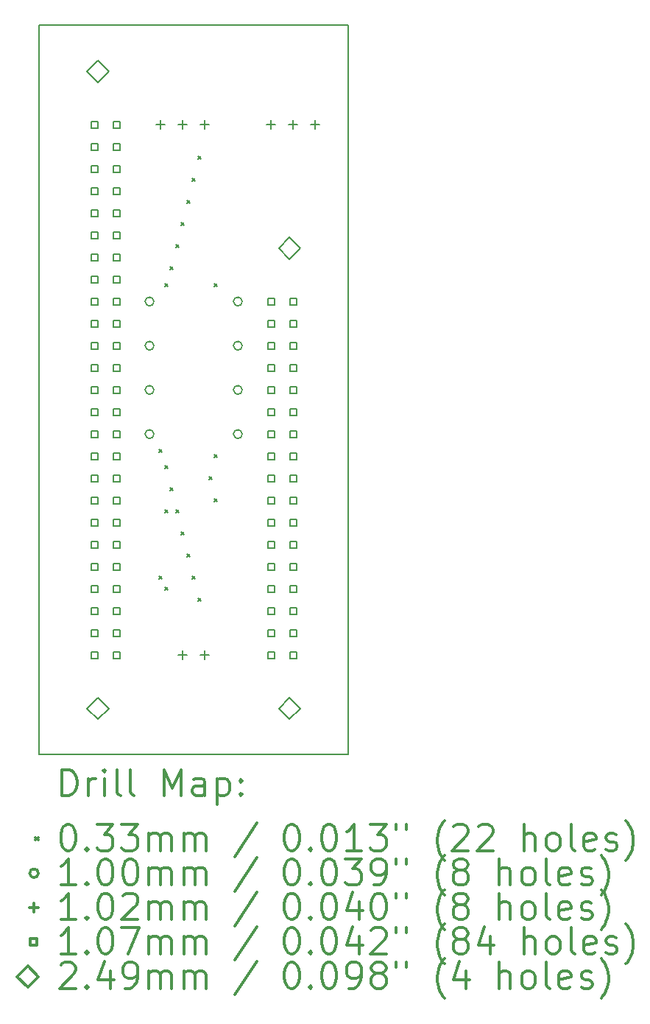
<source format=gbr>
%FSLAX45Y45*%
G04 Gerber Fmt 4.5, Leading zero omitted, Abs format (unit mm)*
G04 Created by KiCad (PCBNEW (2014-12-16 BZR 5324)-product) date Sunday, July 05, 2015 'PMt' 09:47:23 PM*
%MOMM*%
G01*
G04 APERTURE LIST*
%ADD10C,0.127000*%
%ADD11C,0.150000*%
%ADD12C,0.200000*%
%ADD13C,0.300000*%
G04 APERTURE END LIST*
D10*
D11*
X15494000Y-14351000D02*
X11938000Y-14351000D01*
X15494000Y-5969000D02*
X15494000Y-14351000D01*
X11938000Y-5969000D02*
X15494000Y-5969000D01*
X11938000Y-14351000D02*
X11938000Y-5969000D01*
D12*
X13318490Y-10841990D02*
X13351510Y-10875010D01*
X13351510Y-10841990D02*
X13318490Y-10875010D01*
X13318490Y-12302490D02*
X13351510Y-12335510D01*
X13351510Y-12302490D02*
X13318490Y-12335510D01*
X13381990Y-8936990D02*
X13415010Y-8970010D01*
X13415010Y-8936990D02*
X13381990Y-8970010D01*
X13381990Y-11032490D02*
X13415010Y-11065510D01*
X13415010Y-11032490D02*
X13381990Y-11065510D01*
X13381990Y-11540490D02*
X13415010Y-11573510D01*
X13415010Y-11540490D02*
X13381990Y-11573510D01*
X13381990Y-12429490D02*
X13415010Y-12462510D01*
X13415010Y-12429490D02*
X13381990Y-12462510D01*
X13445490Y-8746490D02*
X13478510Y-8779510D01*
X13478510Y-8746490D02*
X13445490Y-8779510D01*
X13445490Y-11286490D02*
X13478510Y-11319510D01*
X13478510Y-11286490D02*
X13445490Y-11319510D01*
X13508990Y-8492490D02*
X13542010Y-8525510D01*
X13542010Y-8492490D02*
X13508990Y-8525510D01*
X13508990Y-11540490D02*
X13542010Y-11573510D01*
X13542010Y-11540490D02*
X13508990Y-11573510D01*
X13572490Y-8238490D02*
X13605510Y-8271510D01*
X13605510Y-8238490D02*
X13572490Y-8271510D01*
X13572490Y-11794490D02*
X13605510Y-11827510D01*
X13605510Y-11794490D02*
X13572490Y-11827510D01*
X13635990Y-7984490D02*
X13669010Y-8017510D01*
X13669010Y-7984490D02*
X13635990Y-8017510D01*
X13635990Y-12048490D02*
X13669010Y-12081510D01*
X13669010Y-12048490D02*
X13635990Y-12081510D01*
X13699490Y-7730490D02*
X13732510Y-7763510D01*
X13732510Y-7730490D02*
X13699490Y-7763510D01*
X13699490Y-12302490D02*
X13732510Y-12335510D01*
X13732510Y-12302490D02*
X13699490Y-12335510D01*
X13762990Y-7476490D02*
X13796010Y-7509510D01*
X13796010Y-7476490D02*
X13762990Y-7509510D01*
X13762990Y-12556490D02*
X13796010Y-12589510D01*
X13796010Y-12556490D02*
X13762990Y-12589510D01*
X13889990Y-11159490D02*
X13923010Y-11192510D01*
X13923010Y-11159490D02*
X13889990Y-11192510D01*
X13953490Y-8936990D02*
X13986510Y-8970010D01*
X13986510Y-8936990D02*
X13953490Y-8970010D01*
X13953490Y-10905490D02*
X13986510Y-10938510D01*
X13986510Y-10905490D02*
X13953490Y-10938510D01*
X13953490Y-11413490D02*
X13986510Y-11446510D01*
X13986510Y-11413490D02*
X13953490Y-11446510D01*
X13258038Y-9144000D02*
G75*
G03X13258038Y-9144000I-50038J0D01*
G01*
X13258038Y-9652000D02*
G75*
G03X13258038Y-9652000I-50038J0D01*
G01*
X13258038Y-10160000D02*
G75*
G03X13258038Y-10160000I-50038J0D01*
G01*
X13258038Y-10668000D02*
G75*
G03X13258038Y-10668000I-50038J0D01*
G01*
X14274038Y-9144000D02*
G75*
G03X14274038Y-9144000I-50038J0D01*
G01*
X14274038Y-9652000D02*
G75*
G03X14274038Y-9652000I-50038J0D01*
G01*
X14274038Y-10160000D02*
G75*
G03X14274038Y-10160000I-50038J0D01*
G01*
X14274038Y-10668000D02*
G75*
G03X14274038Y-10668000I-50038J0D01*
G01*
X13335000Y-7061200D02*
X13335000Y-7162800D01*
X13284200Y-7112000D02*
X13385800Y-7112000D01*
X13589000Y-7061200D02*
X13589000Y-7162800D01*
X13538200Y-7112000D02*
X13639800Y-7112000D01*
X13589000Y-13157200D02*
X13589000Y-13258800D01*
X13538200Y-13208000D02*
X13639800Y-13208000D01*
X13843000Y-7061200D02*
X13843000Y-7162800D01*
X13792200Y-7112000D02*
X13893800Y-7112000D01*
X13843000Y-13157200D02*
X13843000Y-13258800D01*
X13792200Y-13208000D02*
X13893800Y-13208000D01*
X14605000Y-7061200D02*
X14605000Y-7162800D01*
X14554200Y-7112000D02*
X14655800Y-7112000D01*
X14859000Y-7061200D02*
X14859000Y-7162800D01*
X14808200Y-7112000D02*
X14909800Y-7112000D01*
X15113000Y-7061200D02*
X15113000Y-7162800D01*
X15062200Y-7112000D02*
X15163800Y-7112000D01*
X12610717Y-7149717D02*
X12610717Y-7074283D01*
X12535283Y-7074283D01*
X12535283Y-7149717D01*
X12610717Y-7149717D01*
X12610717Y-7403717D02*
X12610717Y-7328283D01*
X12535283Y-7328283D01*
X12535283Y-7403717D01*
X12610717Y-7403717D01*
X12610717Y-7657717D02*
X12610717Y-7582283D01*
X12535283Y-7582283D01*
X12535283Y-7657717D01*
X12610717Y-7657717D01*
X12610717Y-7911717D02*
X12610717Y-7836283D01*
X12535283Y-7836283D01*
X12535283Y-7911717D01*
X12610717Y-7911717D01*
X12610717Y-8165717D02*
X12610717Y-8090283D01*
X12535283Y-8090283D01*
X12535283Y-8165717D01*
X12610717Y-8165717D01*
X12610717Y-8419717D02*
X12610717Y-8344283D01*
X12535283Y-8344283D01*
X12535283Y-8419717D01*
X12610717Y-8419717D01*
X12610717Y-8673717D02*
X12610717Y-8598283D01*
X12535283Y-8598283D01*
X12535283Y-8673717D01*
X12610717Y-8673717D01*
X12610717Y-8927717D02*
X12610717Y-8852283D01*
X12535283Y-8852283D01*
X12535283Y-8927717D01*
X12610717Y-8927717D01*
X12610717Y-9181717D02*
X12610717Y-9106283D01*
X12535283Y-9106283D01*
X12535283Y-9181717D01*
X12610717Y-9181717D01*
X12610717Y-9435717D02*
X12610717Y-9360283D01*
X12535283Y-9360283D01*
X12535283Y-9435717D01*
X12610717Y-9435717D01*
X12610717Y-9689717D02*
X12610717Y-9614283D01*
X12535283Y-9614283D01*
X12535283Y-9689717D01*
X12610717Y-9689717D01*
X12610717Y-9943717D02*
X12610717Y-9868283D01*
X12535283Y-9868283D01*
X12535283Y-9943717D01*
X12610717Y-9943717D01*
X12610717Y-10197717D02*
X12610717Y-10122283D01*
X12535283Y-10122283D01*
X12535283Y-10197717D01*
X12610717Y-10197717D01*
X12610717Y-10451717D02*
X12610717Y-10376283D01*
X12535283Y-10376283D01*
X12535283Y-10451717D01*
X12610717Y-10451717D01*
X12610717Y-10705717D02*
X12610717Y-10630283D01*
X12535283Y-10630283D01*
X12535283Y-10705717D01*
X12610717Y-10705717D01*
X12610717Y-10959717D02*
X12610717Y-10884283D01*
X12535283Y-10884283D01*
X12535283Y-10959717D01*
X12610717Y-10959717D01*
X12610717Y-11213717D02*
X12610717Y-11138283D01*
X12535283Y-11138283D01*
X12535283Y-11213717D01*
X12610717Y-11213717D01*
X12610717Y-11467717D02*
X12610717Y-11392283D01*
X12535283Y-11392283D01*
X12535283Y-11467717D01*
X12610717Y-11467717D01*
X12610717Y-11721717D02*
X12610717Y-11646283D01*
X12535283Y-11646283D01*
X12535283Y-11721717D01*
X12610717Y-11721717D01*
X12610717Y-11975717D02*
X12610717Y-11900283D01*
X12535283Y-11900283D01*
X12535283Y-11975717D01*
X12610717Y-11975717D01*
X12610717Y-12229717D02*
X12610717Y-12154283D01*
X12535283Y-12154283D01*
X12535283Y-12229717D01*
X12610717Y-12229717D01*
X12610717Y-12483717D02*
X12610717Y-12408283D01*
X12535283Y-12408283D01*
X12535283Y-12483717D01*
X12610717Y-12483717D01*
X12610717Y-12737717D02*
X12610717Y-12662283D01*
X12535283Y-12662283D01*
X12535283Y-12737717D01*
X12610717Y-12737717D01*
X12610717Y-12991717D02*
X12610717Y-12916283D01*
X12535283Y-12916283D01*
X12535283Y-12991717D01*
X12610717Y-12991717D01*
X12610717Y-13245717D02*
X12610717Y-13170283D01*
X12535283Y-13170283D01*
X12535283Y-13245717D01*
X12610717Y-13245717D01*
X12864717Y-7149717D02*
X12864717Y-7074283D01*
X12789283Y-7074283D01*
X12789283Y-7149717D01*
X12864717Y-7149717D01*
X12864717Y-7403717D02*
X12864717Y-7328283D01*
X12789283Y-7328283D01*
X12789283Y-7403717D01*
X12864717Y-7403717D01*
X12864717Y-7657717D02*
X12864717Y-7582283D01*
X12789283Y-7582283D01*
X12789283Y-7657717D01*
X12864717Y-7657717D01*
X12864717Y-7911717D02*
X12864717Y-7836283D01*
X12789283Y-7836283D01*
X12789283Y-7911717D01*
X12864717Y-7911717D01*
X12864717Y-8165717D02*
X12864717Y-8090283D01*
X12789283Y-8090283D01*
X12789283Y-8165717D01*
X12864717Y-8165717D01*
X12864717Y-8419717D02*
X12864717Y-8344283D01*
X12789283Y-8344283D01*
X12789283Y-8419717D01*
X12864717Y-8419717D01*
X12864717Y-8673717D02*
X12864717Y-8598283D01*
X12789283Y-8598283D01*
X12789283Y-8673717D01*
X12864717Y-8673717D01*
X12864717Y-8927717D02*
X12864717Y-8852283D01*
X12789283Y-8852283D01*
X12789283Y-8927717D01*
X12864717Y-8927717D01*
X12864717Y-9181717D02*
X12864717Y-9106283D01*
X12789283Y-9106283D01*
X12789283Y-9181717D01*
X12864717Y-9181717D01*
X12864717Y-9435717D02*
X12864717Y-9360283D01*
X12789283Y-9360283D01*
X12789283Y-9435717D01*
X12864717Y-9435717D01*
X12864717Y-9689717D02*
X12864717Y-9614283D01*
X12789283Y-9614283D01*
X12789283Y-9689717D01*
X12864717Y-9689717D01*
X12864717Y-9943717D02*
X12864717Y-9868283D01*
X12789283Y-9868283D01*
X12789283Y-9943717D01*
X12864717Y-9943717D01*
X12864717Y-10197717D02*
X12864717Y-10122283D01*
X12789283Y-10122283D01*
X12789283Y-10197717D01*
X12864717Y-10197717D01*
X12864717Y-10451717D02*
X12864717Y-10376283D01*
X12789283Y-10376283D01*
X12789283Y-10451717D01*
X12864717Y-10451717D01*
X12864717Y-10705717D02*
X12864717Y-10630283D01*
X12789283Y-10630283D01*
X12789283Y-10705717D01*
X12864717Y-10705717D01*
X12864717Y-10959717D02*
X12864717Y-10884283D01*
X12789283Y-10884283D01*
X12789283Y-10959717D01*
X12864717Y-10959717D01*
X12864717Y-11213717D02*
X12864717Y-11138283D01*
X12789283Y-11138283D01*
X12789283Y-11213717D01*
X12864717Y-11213717D01*
X12864717Y-11467717D02*
X12864717Y-11392283D01*
X12789283Y-11392283D01*
X12789283Y-11467717D01*
X12864717Y-11467717D01*
X12864717Y-11721717D02*
X12864717Y-11646283D01*
X12789283Y-11646283D01*
X12789283Y-11721717D01*
X12864717Y-11721717D01*
X12864717Y-11975717D02*
X12864717Y-11900283D01*
X12789283Y-11900283D01*
X12789283Y-11975717D01*
X12864717Y-11975717D01*
X12864717Y-12229717D02*
X12864717Y-12154283D01*
X12789283Y-12154283D01*
X12789283Y-12229717D01*
X12864717Y-12229717D01*
X12864717Y-12483717D02*
X12864717Y-12408283D01*
X12789283Y-12408283D01*
X12789283Y-12483717D01*
X12864717Y-12483717D01*
X12864717Y-12737717D02*
X12864717Y-12662283D01*
X12789283Y-12662283D01*
X12789283Y-12737717D01*
X12864717Y-12737717D01*
X12864717Y-12991717D02*
X12864717Y-12916283D01*
X12789283Y-12916283D01*
X12789283Y-12991717D01*
X12864717Y-12991717D01*
X12864717Y-13245717D02*
X12864717Y-13170283D01*
X12789283Y-13170283D01*
X12789283Y-13245717D01*
X12864717Y-13245717D01*
X14642717Y-9181717D02*
X14642717Y-9106283D01*
X14567283Y-9106283D01*
X14567283Y-9181717D01*
X14642717Y-9181717D01*
X14642717Y-9435717D02*
X14642717Y-9360283D01*
X14567283Y-9360283D01*
X14567283Y-9435717D01*
X14642717Y-9435717D01*
X14642717Y-9689717D02*
X14642717Y-9614283D01*
X14567283Y-9614283D01*
X14567283Y-9689717D01*
X14642717Y-9689717D01*
X14642717Y-9943717D02*
X14642717Y-9868283D01*
X14567283Y-9868283D01*
X14567283Y-9943717D01*
X14642717Y-9943717D01*
X14642717Y-10197717D02*
X14642717Y-10122283D01*
X14567283Y-10122283D01*
X14567283Y-10197717D01*
X14642717Y-10197717D01*
X14642717Y-10451717D02*
X14642717Y-10376283D01*
X14567283Y-10376283D01*
X14567283Y-10451717D01*
X14642717Y-10451717D01*
X14642717Y-10705717D02*
X14642717Y-10630283D01*
X14567283Y-10630283D01*
X14567283Y-10705717D01*
X14642717Y-10705717D01*
X14642717Y-10959717D02*
X14642717Y-10884283D01*
X14567283Y-10884283D01*
X14567283Y-10959717D01*
X14642717Y-10959717D01*
X14642717Y-11213717D02*
X14642717Y-11138283D01*
X14567283Y-11138283D01*
X14567283Y-11213717D01*
X14642717Y-11213717D01*
X14642717Y-11467717D02*
X14642717Y-11392283D01*
X14567283Y-11392283D01*
X14567283Y-11467717D01*
X14642717Y-11467717D01*
X14642717Y-11721717D02*
X14642717Y-11646283D01*
X14567283Y-11646283D01*
X14567283Y-11721717D01*
X14642717Y-11721717D01*
X14642717Y-11975717D02*
X14642717Y-11900283D01*
X14567283Y-11900283D01*
X14567283Y-11975717D01*
X14642717Y-11975717D01*
X14642717Y-12229717D02*
X14642717Y-12154283D01*
X14567283Y-12154283D01*
X14567283Y-12229717D01*
X14642717Y-12229717D01*
X14642717Y-12483717D02*
X14642717Y-12408283D01*
X14567283Y-12408283D01*
X14567283Y-12483717D01*
X14642717Y-12483717D01*
X14642717Y-12737717D02*
X14642717Y-12662283D01*
X14567283Y-12662283D01*
X14567283Y-12737717D01*
X14642717Y-12737717D01*
X14642717Y-12991717D02*
X14642717Y-12916283D01*
X14567283Y-12916283D01*
X14567283Y-12991717D01*
X14642717Y-12991717D01*
X14642717Y-13245717D02*
X14642717Y-13170283D01*
X14567283Y-13170283D01*
X14567283Y-13245717D01*
X14642717Y-13245717D01*
X14896717Y-9181717D02*
X14896717Y-9106283D01*
X14821283Y-9106283D01*
X14821283Y-9181717D01*
X14896717Y-9181717D01*
X14896717Y-9435717D02*
X14896717Y-9360283D01*
X14821283Y-9360283D01*
X14821283Y-9435717D01*
X14896717Y-9435717D01*
X14896717Y-9689717D02*
X14896717Y-9614283D01*
X14821283Y-9614283D01*
X14821283Y-9689717D01*
X14896717Y-9689717D01*
X14896717Y-9943717D02*
X14896717Y-9868283D01*
X14821283Y-9868283D01*
X14821283Y-9943717D01*
X14896717Y-9943717D01*
X14896717Y-10197717D02*
X14896717Y-10122283D01*
X14821283Y-10122283D01*
X14821283Y-10197717D01*
X14896717Y-10197717D01*
X14896717Y-10451717D02*
X14896717Y-10376283D01*
X14821283Y-10376283D01*
X14821283Y-10451717D01*
X14896717Y-10451717D01*
X14896717Y-10705717D02*
X14896717Y-10630283D01*
X14821283Y-10630283D01*
X14821283Y-10705717D01*
X14896717Y-10705717D01*
X14896717Y-10959717D02*
X14896717Y-10884283D01*
X14821283Y-10884283D01*
X14821283Y-10959717D01*
X14896717Y-10959717D01*
X14896717Y-11213717D02*
X14896717Y-11138283D01*
X14821283Y-11138283D01*
X14821283Y-11213717D01*
X14896717Y-11213717D01*
X14896717Y-11467717D02*
X14896717Y-11392283D01*
X14821283Y-11392283D01*
X14821283Y-11467717D01*
X14896717Y-11467717D01*
X14896717Y-11721717D02*
X14896717Y-11646283D01*
X14821283Y-11646283D01*
X14821283Y-11721717D01*
X14896717Y-11721717D01*
X14896717Y-11975717D02*
X14896717Y-11900283D01*
X14821283Y-11900283D01*
X14821283Y-11975717D01*
X14896717Y-11975717D01*
X14896717Y-12229717D02*
X14896717Y-12154283D01*
X14821283Y-12154283D01*
X14821283Y-12229717D01*
X14896717Y-12229717D01*
X14896717Y-12483717D02*
X14896717Y-12408283D01*
X14821283Y-12408283D01*
X14821283Y-12483717D01*
X14896717Y-12483717D01*
X14896717Y-12737717D02*
X14896717Y-12662283D01*
X14821283Y-12662283D01*
X14821283Y-12737717D01*
X14896717Y-12737717D01*
X14896717Y-12991717D02*
X14896717Y-12916283D01*
X14821283Y-12916283D01*
X14821283Y-12991717D01*
X14896717Y-12991717D01*
X14896717Y-13245717D02*
X14896717Y-13170283D01*
X14821283Y-13170283D01*
X14821283Y-13245717D01*
X14896717Y-13245717D01*
X12614000Y-6624460D02*
X12738460Y-6500000D01*
X12614000Y-6375540D01*
X12489540Y-6500000D01*
X12614000Y-6624460D01*
X12614000Y-13944460D02*
X12738460Y-13820000D01*
X12614000Y-13695540D01*
X12489540Y-13820000D01*
X12614000Y-13944460D01*
X14818000Y-8656460D02*
X14942460Y-8532000D01*
X14818000Y-8407540D01*
X14693540Y-8532000D01*
X14818000Y-8656460D01*
X14818000Y-13944460D02*
X14942460Y-13820000D01*
X14818000Y-13695540D01*
X14693540Y-13820000D01*
X14818000Y-13944460D01*
D13*
X12201928Y-14824214D02*
X12201928Y-14524214D01*
X12273357Y-14524214D01*
X12316214Y-14538500D01*
X12344786Y-14567071D01*
X12359071Y-14595643D01*
X12373357Y-14652786D01*
X12373357Y-14695643D01*
X12359071Y-14752786D01*
X12344786Y-14781357D01*
X12316214Y-14809929D01*
X12273357Y-14824214D01*
X12201928Y-14824214D01*
X12501928Y-14824214D02*
X12501928Y-14624214D01*
X12501928Y-14681357D02*
X12516214Y-14652786D01*
X12530500Y-14638500D01*
X12559071Y-14624214D01*
X12587643Y-14624214D01*
X12687643Y-14824214D02*
X12687643Y-14624214D01*
X12687643Y-14524214D02*
X12673357Y-14538500D01*
X12687643Y-14552786D01*
X12701928Y-14538500D01*
X12687643Y-14524214D01*
X12687643Y-14552786D01*
X12873357Y-14824214D02*
X12844786Y-14809929D01*
X12830500Y-14781357D01*
X12830500Y-14524214D01*
X13030500Y-14824214D02*
X13001928Y-14809929D01*
X12987643Y-14781357D01*
X12987643Y-14524214D01*
X13373357Y-14824214D02*
X13373357Y-14524214D01*
X13473357Y-14738500D01*
X13573357Y-14524214D01*
X13573357Y-14824214D01*
X13844786Y-14824214D02*
X13844786Y-14667071D01*
X13830500Y-14638500D01*
X13801928Y-14624214D01*
X13744786Y-14624214D01*
X13716214Y-14638500D01*
X13844786Y-14809929D02*
X13816214Y-14824214D01*
X13744786Y-14824214D01*
X13716214Y-14809929D01*
X13701928Y-14781357D01*
X13701928Y-14752786D01*
X13716214Y-14724214D01*
X13744786Y-14709929D01*
X13816214Y-14709929D01*
X13844786Y-14695643D01*
X13987643Y-14624214D02*
X13987643Y-14924214D01*
X13987643Y-14638500D02*
X14016214Y-14624214D01*
X14073357Y-14624214D01*
X14101928Y-14638500D01*
X14116214Y-14652786D01*
X14130500Y-14681357D01*
X14130500Y-14767071D01*
X14116214Y-14795643D01*
X14101928Y-14809929D01*
X14073357Y-14824214D01*
X14016214Y-14824214D01*
X13987643Y-14809929D01*
X14259071Y-14795643D02*
X14273357Y-14809929D01*
X14259071Y-14824214D01*
X14244786Y-14809929D01*
X14259071Y-14795643D01*
X14259071Y-14824214D01*
X14259071Y-14638500D02*
X14273357Y-14652786D01*
X14259071Y-14667071D01*
X14244786Y-14652786D01*
X14259071Y-14638500D01*
X14259071Y-14667071D01*
X11897480Y-15301990D02*
X11930500Y-15335010D01*
X11930500Y-15301990D02*
X11897480Y-15335010D01*
X12259071Y-15154214D02*
X12287643Y-15154214D01*
X12316214Y-15168500D01*
X12330500Y-15182786D01*
X12344786Y-15211357D01*
X12359071Y-15268500D01*
X12359071Y-15339929D01*
X12344786Y-15397071D01*
X12330500Y-15425643D01*
X12316214Y-15439929D01*
X12287643Y-15454214D01*
X12259071Y-15454214D01*
X12230500Y-15439929D01*
X12216214Y-15425643D01*
X12201928Y-15397071D01*
X12187643Y-15339929D01*
X12187643Y-15268500D01*
X12201928Y-15211357D01*
X12216214Y-15182786D01*
X12230500Y-15168500D01*
X12259071Y-15154214D01*
X12487643Y-15425643D02*
X12501928Y-15439929D01*
X12487643Y-15454214D01*
X12473357Y-15439929D01*
X12487643Y-15425643D01*
X12487643Y-15454214D01*
X12601928Y-15154214D02*
X12787643Y-15154214D01*
X12687643Y-15268500D01*
X12730500Y-15268500D01*
X12759071Y-15282786D01*
X12773357Y-15297071D01*
X12787643Y-15325643D01*
X12787643Y-15397071D01*
X12773357Y-15425643D01*
X12759071Y-15439929D01*
X12730500Y-15454214D01*
X12644786Y-15454214D01*
X12616214Y-15439929D01*
X12601928Y-15425643D01*
X12887643Y-15154214D02*
X13073357Y-15154214D01*
X12973357Y-15268500D01*
X13016214Y-15268500D01*
X13044786Y-15282786D01*
X13059071Y-15297071D01*
X13073357Y-15325643D01*
X13073357Y-15397071D01*
X13059071Y-15425643D01*
X13044786Y-15439929D01*
X13016214Y-15454214D01*
X12930500Y-15454214D01*
X12901928Y-15439929D01*
X12887643Y-15425643D01*
X13201928Y-15454214D02*
X13201928Y-15254214D01*
X13201928Y-15282786D02*
X13216214Y-15268500D01*
X13244786Y-15254214D01*
X13287643Y-15254214D01*
X13316214Y-15268500D01*
X13330500Y-15297071D01*
X13330500Y-15454214D01*
X13330500Y-15297071D02*
X13344786Y-15268500D01*
X13373357Y-15254214D01*
X13416214Y-15254214D01*
X13444786Y-15268500D01*
X13459071Y-15297071D01*
X13459071Y-15454214D01*
X13601928Y-15454214D02*
X13601928Y-15254214D01*
X13601928Y-15282786D02*
X13616214Y-15268500D01*
X13644786Y-15254214D01*
X13687643Y-15254214D01*
X13716214Y-15268500D01*
X13730500Y-15297071D01*
X13730500Y-15454214D01*
X13730500Y-15297071D02*
X13744786Y-15268500D01*
X13773357Y-15254214D01*
X13816214Y-15254214D01*
X13844786Y-15268500D01*
X13859071Y-15297071D01*
X13859071Y-15454214D01*
X14444786Y-15139929D02*
X14187643Y-15525643D01*
X14830500Y-15154214D02*
X14859071Y-15154214D01*
X14887643Y-15168500D01*
X14901928Y-15182786D01*
X14916214Y-15211357D01*
X14930500Y-15268500D01*
X14930500Y-15339929D01*
X14916214Y-15397071D01*
X14901928Y-15425643D01*
X14887643Y-15439929D01*
X14859071Y-15454214D01*
X14830500Y-15454214D01*
X14801928Y-15439929D01*
X14787643Y-15425643D01*
X14773357Y-15397071D01*
X14759071Y-15339929D01*
X14759071Y-15268500D01*
X14773357Y-15211357D01*
X14787643Y-15182786D01*
X14801928Y-15168500D01*
X14830500Y-15154214D01*
X15059071Y-15425643D02*
X15073357Y-15439929D01*
X15059071Y-15454214D01*
X15044786Y-15439929D01*
X15059071Y-15425643D01*
X15059071Y-15454214D01*
X15259071Y-15154214D02*
X15287643Y-15154214D01*
X15316214Y-15168500D01*
X15330500Y-15182786D01*
X15344785Y-15211357D01*
X15359071Y-15268500D01*
X15359071Y-15339929D01*
X15344785Y-15397071D01*
X15330500Y-15425643D01*
X15316214Y-15439929D01*
X15287643Y-15454214D01*
X15259071Y-15454214D01*
X15230500Y-15439929D01*
X15216214Y-15425643D01*
X15201928Y-15397071D01*
X15187643Y-15339929D01*
X15187643Y-15268500D01*
X15201928Y-15211357D01*
X15216214Y-15182786D01*
X15230500Y-15168500D01*
X15259071Y-15154214D01*
X15644785Y-15454214D02*
X15473357Y-15454214D01*
X15559071Y-15454214D02*
X15559071Y-15154214D01*
X15530500Y-15197071D01*
X15501928Y-15225643D01*
X15473357Y-15239929D01*
X15744785Y-15154214D02*
X15930500Y-15154214D01*
X15830500Y-15268500D01*
X15873357Y-15268500D01*
X15901928Y-15282786D01*
X15916214Y-15297071D01*
X15930500Y-15325643D01*
X15930500Y-15397071D01*
X15916214Y-15425643D01*
X15901928Y-15439929D01*
X15873357Y-15454214D01*
X15787643Y-15454214D01*
X15759071Y-15439929D01*
X15744785Y-15425643D01*
X16044786Y-15154214D02*
X16044786Y-15211357D01*
X16159071Y-15154214D02*
X16159071Y-15211357D01*
X16601928Y-15568500D02*
X16587643Y-15554214D01*
X16559071Y-15511357D01*
X16544785Y-15482786D01*
X16530500Y-15439929D01*
X16516214Y-15368500D01*
X16516214Y-15311357D01*
X16530500Y-15239929D01*
X16544785Y-15197071D01*
X16559071Y-15168500D01*
X16587643Y-15125643D01*
X16601928Y-15111357D01*
X16701928Y-15182786D02*
X16716214Y-15168500D01*
X16744785Y-15154214D01*
X16816214Y-15154214D01*
X16844786Y-15168500D01*
X16859071Y-15182786D01*
X16873357Y-15211357D01*
X16873357Y-15239929D01*
X16859071Y-15282786D01*
X16687643Y-15454214D01*
X16873357Y-15454214D01*
X16987643Y-15182786D02*
X17001928Y-15168500D01*
X17030500Y-15154214D01*
X17101928Y-15154214D01*
X17130500Y-15168500D01*
X17144786Y-15182786D01*
X17159071Y-15211357D01*
X17159071Y-15239929D01*
X17144786Y-15282786D01*
X16973357Y-15454214D01*
X17159071Y-15454214D01*
X17516214Y-15454214D02*
X17516214Y-15154214D01*
X17644786Y-15454214D02*
X17644786Y-15297071D01*
X17630500Y-15268500D01*
X17601928Y-15254214D01*
X17559071Y-15254214D01*
X17530500Y-15268500D01*
X17516214Y-15282786D01*
X17830500Y-15454214D02*
X17801928Y-15439929D01*
X17787643Y-15425643D01*
X17773357Y-15397071D01*
X17773357Y-15311357D01*
X17787643Y-15282786D01*
X17801928Y-15268500D01*
X17830500Y-15254214D01*
X17873357Y-15254214D01*
X17901928Y-15268500D01*
X17916214Y-15282786D01*
X17930500Y-15311357D01*
X17930500Y-15397071D01*
X17916214Y-15425643D01*
X17901928Y-15439929D01*
X17873357Y-15454214D01*
X17830500Y-15454214D01*
X18101928Y-15454214D02*
X18073357Y-15439929D01*
X18059071Y-15411357D01*
X18059071Y-15154214D01*
X18330500Y-15439929D02*
X18301929Y-15454214D01*
X18244786Y-15454214D01*
X18216214Y-15439929D01*
X18201929Y-15411357D01*
X18201929Y-15297071D01*
X18216214Y-15268500D01*
X18244786Y-15254214D01*
X18301929Y-15254214D01*
X18330500Y-15268500D01*
X18344786Y-15297071D01*
X18344786Y-15325643D01*
X18201929Y-15354214D01*
X18459071Y-15439929D02*
X18487643Y-15454214D01*
X18544786Y-15454214D01*
X18573357Y-15439929D01*
X18587643Y-15411357D01*
X18587643Y-15397071D01*
X18573357Y-15368500D01*
X18544786Y-15354214D01*
X18501929Y-15354214D01*
X18473357Y-15339929D01*
X18459071Y-15311357D01*
X18459071Y-15297071D01*
X18473357Y-15268500D01*
X18501929Y-15254214D01*
X18544786Y-15254214D01*
X18573357Y-15268500D01*
X18687643Y-15568500D02*
X18701929Y-15554214D01*
X18730500Y-15511357D01*
X18744786Y-15482786D01*
X18759071Y-15439929D01*
X18773357Y-15368500D01*
X18773357Y-15311357D01*
X18759071Y-15239929D01*
X18744786Y-15197071D01*
X18730500Y-15168500D01*
X18701929Y-15125643D01*
X18687643Y-15111357D01*
X11930500Y-15714500D02*
G75*
G03X11930500Y-15714500I-50038J0D01*
G01*
X12359071Y-15850214D02*
X12187643Y-15850214D01*
X12273357Y-15850214D02*
X12273357Y-15550214D01*
X12244786Y-15593071D01*
X12216214Y-15621643D01*
X12187643Y-15635929D01*
X12487643Y-15821643D02*
X12501928Y-15835929D01*
X12487643Y-15850214D01*
X12473357Y-15835929D01*
X12487643Y-15821643D01*
X12487643Y-15850214D01*
X12687643Y-15550214D02*
X12716214Y-15550214D01*
X12744786Y-15564500D01*
X12759071Y-15578786D01*
X12773357Y-15607357D01*
X12787643Y-15664500D01*
X12787643Y-15735929D01*
X12773357Y-15793071D01*
X12759071Y-15821643D01*
X12744786Y-15835929D01*
X12716214Y-15850214D01*
X12687643Y-15850214D01*
X12659071Y-15835929D01*
X12644786Y-15821643D01*
X12630500Y-15793071D01*
X12616214Y-15735929D01*
X12616214Y-15664500D01*
X12630500Y-15607357D01*
X12644786Y-15578786D01*
X12659071Y-15564500D01*
X12687643Y-15550214D01*
X12973357Y-15550214D02*
X13001928Y-15550214D01*
X13030500Y-15564500D01*
X13044786Y-15578786D01*
X13059071Y-15607357D01*
X13073357Y-15664500D01*
X13073357Y-15735929D01*
X13059071Y-15793071D01*
X13044786Y-15821643D01*
X13030500Y-15835929D01*
X13001928Y-15850214D01*
X12973357Y-15850214D01*
X12944786Y-15835929D01*
X12930500Y-15821643D01*
X12916214Y-15793071D01*
X12901928Y-15735929D01*
X12901928Y-15664500D01*
X12916214Y-15607357D01*
X12930500Y-15578786D01*
X12944786Y-15564500D01*
X12973357Y-15550214D01*
X13201928Y-15850214D02*
X13201928Y-15650214D01*
X13201928Y-15678786D02*
X13216214Y-15664500D01*
X13244786Y-15650214D01*
X13287643Y-15650214D01*
X13316214Y-15664500D01*
X13330500Y-15693071D01*
X13330500Y-15850214D01*
X13330500Y-15693071D02*
X13344786Y-15664500D01*
X13373357Y-15650214D01*
X13416214Y-15650214D01*
X13444786Y-15664500D01*
X13459071Y-15693071D01*
X13459071Y-15850214D01*
X13601928Y-15850214D02*
X13601928Y-15650214D01*
X13601928Y-15678786D02*
X13616214Y-15664500D01*
X13644786Y-15650214D01*
X13687643Y-15650214D01*
X13716214Y-15664500D01*
X13730500Y-15693071D01*
X13730500Y-15850214D01*
X13730500Y-15693071D02*
X13744786Y-15664500D01*
X13773357Y-15650214D01*
X13816214Y-15650214D01*
X13844786Y-15664500D01*
X13859071Y-15693071D01*
X13859071Y-15850214D01*
X14444786Y-15535929D02*
X14187643Y-15921643D01*
X14830500Y-15550214D02*
X14859071Y-15550214D01*
X14887643Y-15564500D01*
X14901928Y-15578786D01*
X14916214Y-15607357D01*
X14930500Y-15664500D01*
X14930500Y-15735929D01*
X14916214Y-15793071D01*
X14901928Y-15821643D01*
X14887643Y-15835929D01*
X14859071Y-15850214D01*
X14830500Y-15850214D01*
X14801928Y-15835929D01*
X14787643Y-15821643D01*
X14773357Y-15793071D01*
X14759071Y-15735929D01*
X14759071Y-15664500D01*
X14773357Y-15607357D01*
X14787643Y-15578786D01*
X14801928Y-15564500D01*
X14830500Y-15550214D01*
X15059071Y-15821643D02*
X15073357Y-15835929D01*
X15059071Y-15850214D01*
X15044786Y-15835929D01*
X15059071Y-15821643D01*
X15059071Y-15850214D01*
X15259071Y-15550214D02*
X15287643Y-15550214D01*
X15316214Y-15564500D01*
X15330500Y-15578786D01*
X15344785Y-15607357D01*
X15359071Y-15664500D01*
X15359071Y-15735929D01*
X15344785Y-15793071D01*
X15330500Y-15821643D01*
X15316214Y-15835929D01*
X15287643Y-15850214D01*
X15259071Y-15850214D01*
X15230500Y-15835929D01*
X15216214Y-15821643D01*
X15201928Y-15793071D01*
X15187643Y-15735929D01*
X15187643Y-15664500D01*
X15201928Y-15607357D01*
X15216214Y-15578786D01*
X15230500Y-15564500D01*
X15259071Y-15550214D01*
X15459071Y-15550214D02*
X15644785Y-15550214D01*
X15544785Y-15664500D01*
X15587643Y-15664500D01*
X15616214Y-15678786D01*
X15630500Y-15693071D01*
X15644785Y-15721643D01*
X15644785Y-15793071D01*
X15630500Y-15821643D01*
X15616214Y-15835929D01*
X15587643Y-15850214D01*
X15501928Y-15850214D01*
X15473357Y-15835929D01*
X15459071Y-15821643D01*
X15787643Y-15850214D02*
X15844785Y-15850214D01*
X15873357Y-15835929D01*
X15887643Y-15821643D01*
X15916214Y-15778786D01*
X15930500Y-15721643D01*
X15930500Y-15607357D01*
X15916214Y-15578786D01*
X15901928Y-15564500D01*
X15873357Y-15550214D01*
X15816214Y-15550214D01*
X15787643Y-15564500D01*
X15773357Y-15578786D01*
X15759071Y-15607357D01*
X15759071Y-15678786D01*
X15773357Y-15707357D01*
X15787643Y-15721643D01*
X15816214Y-15735929D01*
X15873357Y-15735929D01*
X15901928Y-15721643D01*
X15916214Y-15707357D01*
X15930500Y-15678786D01*
X16044786Y-15550214D02*
X16044786Y-15607357D01*
X16159071Y-15550214D02*
X16159071Y-15607357D01*
X16601928Y-15964500D02*
X16587643Y-15950214D01*
X16559071Y-15907357D01*
X16544785Y-15878786D01*
X16530500Y-15835929D01*
X16516214Y-15764500D01*
X16516214Y-15707357D01*
X16530500Y-15635929D01*
X16544785Y-15593071D01*
X16559071Y-15564500D01*
X16587643Y-15521643D01*
X16601928Y-15507357D01*
X16759071Y-15678786D02*
X16730500Y-15664500D01*
X16716214Y-15650214D01*
X16701928Y-15621643D01*
X16701928Y-15607357D01*
X16716214Y-15578786D01*
X16730500Y-15564500D01*
X16759071Y-15550214D01*
X16816214Y-15550214D01*
X16844786Y-15564500D01*
X16859071Y-15578786D01*
X16873357Y-15607357D01*
X16873357Y-15621643D01*
X16859071Y-15650214D01*
X16844786Y-15664500D01*
X16816214Y-15678786D01*
X16759071Y-15678786D01*
X16730500Y-15693071D01*
X16716214Y-15707357D01*
X16701928Y-15735929D01*
X16701928Y-15793071D01*
X16716214Y-15821643D01*
X16730500Y-15835929D01*
X16759071Y-15850214D01*
X16816214Y-15850214D01*
X16844786Y-15835929D01*
X16859071Y-15821643D01*
X16873357Y-15793071D01*
X16873357Y-15735929D01*
X16859071Y-15707357D01*
X16844786Y-15693071D01*
X16816214Y-15678786D01*
X17230500Y-15850214D02*
X17230500Y-15550214D01*
X17359071Y-15850214D02*
X17359071Y-15693071D01*
X17344786Y-15664500D01*
X17316214Y-15650214D01*
X17273357Y-15650214D01*
X17244786Y-15664500D01*
X17230500Y-15678786D01*
X17544786Y-15850214D02*
X17516214Y-15835929D01*
X17501928Y-15821643D01*
X17487643Y-15793071D01*
X17487643Y-15707357D01*
X17501928Y-15678786D01*
X17516214Y-15664500D01*
X17544786Y-15650214D01*
X17587643Y-15650214D01*
X17616214Y-15664500D01*
X17630500Y-15678786D01*
X17644786Y-15707357D01*
X17644786Y-15793071D01*
X17630500Y-15821643D01*
X17616214Y-15835929D01*
X17587643Y-15850214D01*
X17544786Y-15850214D01*
X17816214Y-15850214D02*
X17787643Y-15835929D01*
X17773357Y-15807357D01*
X17773357Y-15550214D01*
X18044786Y-15835929D02*
X18016214Y-15850214D01*
X17959071Y-15850214D01*
X17930500Y-15835929D01*
X17916214Y-15807357D01*
X17916214Y-15693071D01*
X17930500Y-15664500D01*
X17959071Y-15650214D01*
X18016214Y-15650214D01*
X18044786Y-15664500D01*
X18059071Y-15693071D01*
X18059071Y-15721643D01*
X17916214Y-15750214D01*
X18173357Y-15835929D02*
X18201929Y-15850214D01*
X18259071Y-15850214D01*
X18287643Y-15835929D01*
X18301929Y-15807357D01*
X18301929Y-15793071D01*
X18287643Y-15764500D01*
X18259071Y-15750214D01*
X18216214Y-15750214D01*
X18187643Y-15735929D01*
X18173357Y-15707357D01*
X18173357Y-15693071D01*
X18187643Y-15664500D01*
X18216214Y-15650214D01*
X18259071Y-15650214D01*
X18287643Y-15664500D01*
X18401928Y-15964500D02*
X18416214Y-15950214D01*
X18444786Y-15907357D01*
X18459071Y-15878786D01*
X18473357Y-15835929D01*
X18487643Y-15764500D01*
X18487643Y-15707357D01*
X18473357Y-15635929D01*
X18459071Y-15593071D01*
X18444786Y-15564500D01*
X18416214Y-15521643D01*
X18401928Y-15507357D01*
X11879700Y-16059700D02*
X11879700Y-16161300D01*
X11828900Y-16110500D02*
X11930500Y-16110500D01*
X12359071Y-16246214D02*
X12187643Y-16246214D01*
X12273357Y-16246214D02*
X12273357Y-15946214D01*
X12244786Y-15989071D01*
X12216214Y-16017643D01*
X12187643Y-16031929D01*
X12487643Y-16217643D02*
X12501928Y-16231929D01*
X12487643Y-16246214D01*
X12473357Y-16231929D01*
X12487643Y-16217643D01*
X12487643Y-16246214D01*
X12687643Y-15946214D02*
X12716214Y-15946214D01*
X12744786Y-15960500D01*
X12759071Y-15974786D01*
X12773357Y-16003357D01*
X12787643Y-16060500D01*
X12787643Y-16131929D01*
X12773357Y-16189071D01*
X12759071Y-16217643D01*
X12744786Y-16231929D01*
X12716214Y-16246214D01*
X12687643Y-16246214D01*
X12659071Y-16231929D01*
X12644786Y-16217643D01*
X12630500Y-16189071D01*
X12616214Y-16131929D01*
X12616214Y-16060500D01*
X12630500Y-16003357D01*
X12644786Y-15974786D01*
X12659071Y-15960500D01*
X12687643Y-15946214D01*
X12901928Y-15974786D02*
X12916214Y-15960500D01*
X12944786Y-15946214D01*
X13016214Y-15946214D01*
X13044786Y-15960500D01*
X13059071Y-15974786D01*
X13073357Y-16003357D01*
X13073357Y-16031929D01*
X13059071Y-16074786D01*
X12887643Y-16246214D01*
X13073357Y-16246214D01*
X13201928Y-16246214D02*
X13201928Y-16046214D01*
X13201928Y-16074786D02*
X13216214Y-16060500D01*
X13244786Y-16046214D01*
X13287643Y-16046214D01*
X13316214Y-16060500D01*
X13330500Y-16089071D01*
X13330500Y-16246214D01*
X13330500Y-16089071D02*
X13344786Y-16060500D01*
X13373357Y-16046214D01*
X13416214Y-16046214D01*
X13444786Y-16060500D01*
X13459071Y-16089071D01*
X13459071Y-16246214D01*
X13601928Y-16246214D02*
X13601928Y-16046214D01*
X13601928Y-16074786D02*
X13616214Y-16060500D01*
X13644786Y-16046214D01*
X13687643Y-16046214D01*
X13716214Y-16060500D01*
X13730500Y-16089071D01*
X13730500Y-16246214D01*
X13730500Y-16089071D02*
X13744786Y-16060500D01*
X13773357Y-16046214D01*
X13816214Y-16046214D01*
X13844786Y-16060500D01*
X13859071Y-16089071D01*
X13859071Y-16246214D01*
X14444786Y-15931929D02*
X14187643Y-16317643D01*
X14830500Y-15946214D02*
X14859071Y-15946214D01*
X14887643Y-15960500D01*
X14901928Y-15974786D01*
X14916214Y-16003357D01*
X14930500Y-16060500D01*
X14930500Y-16131929D01*
X14916214Y-16189071D01*
X14901928Y-16217643D01*
X14887643Y-16231929D01*
X14859071Y-16246214D01*
X14830500Y-16246214D01*
X14801928Y-16231929D01*
X14787643Y-16217643D01*
X14773357Y-16189071D01*
X14759071Y-16131929D01*
X14759071Y-16060500D01*
X14773357Y-16003357D01*
X14787643Y-15974786D01*
X14801928Y-15960500D01*
X14830500Y-15946214D01*
X15059071Y-16217643D02*
X15073357Y-16231929D01*
X15059071Y-16246214D01*
X15044786Y-16231929D01*
X15059071Y-16217643D01*
X15059071Y-16246214D01*
X15259071Y-15946214D02*
X15287643Y-15946214D01*
X15316214Y-15960500D01*
X15330500Y-15974786D01*
X15344785Y-16003357D01*
X15359071Y-16060500D01*
X15359071Y-16131929D01*
X15344785Y-16189071D01*
X15330500Y-16217643D01*
X15316214Y-16231929D01*
X15287643Y-16246214D01*
X15259071Y-16246214D01*
X15230500Y-16231929D01*
X15216214Y-16217643D01*
X15201928Y-16189071D01*
X15187643Y-16131929D01*
X15187643Y-16060500D01*
X15201928Y-16003357D01*
X15216214Y-15974786D01*
X15230500Y-15960500D01*
X15259071Y-15946214D01*
X15616214Y-16046214D02*
X15616214Y-16246214D01*
X15544785Y-15931929D02*
X15473357Y-16146214D01*
X15659071Y-16146214D01*
X15830500Y-15946214D02*
X15859071Y-15946214D01*
X15887643Y-15960500D01*
X15901928Y-15974786D01*
X15916214Y-16003357D01*
X15930500Y-16060500D01*
X15930500Y-16131929D01*
X15916214Y-16189071D01*
X15901928Y-16217643D01*
X15887643Y-16231929D01*
X15859071Y-16246214D01*
X15830500Y-16246214D01*
X15801928Y-16231929D01*
X15787643Y-16217643D01*
X15773357Y-16189071D01*
X15759071Y-16131929D01*
X15759071Y-16060500D01*
X15773357Y-16003357D01*
X15787643Y-15974786D01*
X15801928Y-15960500D01*
X15830500Y-15946214D01*
X16044786Y-15946214D02*
X16044786Y-16003357D01*
X16159071Y-15946214D02*
X16159071Y-16003357D01*
X16601928Y-16360500D02*
X16587643Y-16346214D01*
X16559071Y-16303357D01*
X16544785Y-16274786D01*
X16530500Y-16231929D01*
X16516214Y-16160500D01*
X16516214Y-16103357D01*
X16530500Y-16031929D01*
X16544785Y-15989071D01*
X16559071Y-15960500D01*
X16587643Y-15917643D01*
X16601928Y-15903357D01*
X16759071Y-16074786D02*
X16730500Y-16060500D01*
X16716214Y-16046214D01*
X16701928Y-16017643D01*
X16701928Y-16003357D01*
X16716214Y-15974786D01*
X16730500Y-15960500D01*
X16759071Y-15946214D01*
X16816214Y-15946214D01*
X16844786Y-15960500D01*
X16859071Y-15974786D01*
X16873357Y-16003357D01*
X16873357Y-16017643D01*
X16859071Y-16046214D01*
X16844786Y-16060500D01*
X16816214Y-16074786D01*
X16759071Y-16074786D01*
X16730500Y-16089071D01*
X16716214Y-16103357D01*
X16701928Y-16131929D01*
X16701928Y-16189071D01*
X16716214Y-16217643D01*
X16730500Y-16231929D01*
X16759071Y-16246214D01*
X16816214Y-16246214D01*
X16844786Y-16231929D01*
X16859071Y-16217643D01*
X16873357Y-16189071D01*
X16873357Y-16131929D01*
X16859071Y-16103357D01*
X16844786Y-16089071D01*
X16816214Y-16074786D01*
X17230500Y-16246214D02*
X17230500Y-15946214D01*
X17359071Y-16246214D02*
X17359071Y-16089071D01*
X17344786Y-16060500D01*
X17316214Y-16046214D01*
X17273357Y-16046214D01*
X17244786Y-16060500D01*
X17230500Y-16074786D01*
X17544786Y-16246214D02*
X17516214Y-16231929D01*
X17501928Y-16217643D01*
X17487643Y-16189071D01*
X17487643Y-16103357D01*
X17501928Y-16074786D01*
X17516214Y-16060500D01*
X17544786Y-16046214D01*
X17587643Y-16046214D01*
X17616214Y-16060500D01*
X17630500Y-16074786D01*
X17644786Y-16103357D01*
X17644786Y-16189071D01*
X17630500Y-16217643D01*
X17616214Y-16231929D01*
X17587643Y-16246214D01*
X17544786Y-16246214D01*
X17816214Y-16246214D02*
X17787643Y-16231929D01*
X17773357Y-16203357D01*
X17773357Y-15946214D01*
X18044786Y-16231929D02*
X18016214Y-16246214D01*
X17959071Y-16246214D01*
X17930500Y-16231929D01*
X17916214Y-16203357D01*
X17916214Y-16089071D01*
X17930500Y-16060500D01*
X17959071Y-16046214D01*
X18016214Y-16046214D01*
X18044786Y-16060500D01*
X18059071Y-16089071D01*
X18059071Y-16117643D01*
X17916214Y-16146214D01*
X18173357Y-16231929D02*
X18201929Y-16246214D01*
X18259071Y-16246214D01*
X18287643Y-16231929D01*
X18301929Y-16203357D01*
X18301929Y-16189071D01*
X18287643Y-16160500D01*
X18259071Y-16146214D01*
X18216214Y-16146214D01*
X18187643Y-16131929D01*
X18173357Y-16103357D01*
X18173357Y-16089071D01*
X18187643Y-16060500D01*
X18216214Y-16046214D01*
X18259071Y-16046214D01*
X18287643Y-16060500D01*
X18401928Y-16360500D02*
X18416214Y-16346214D01*
X18444786Y-16303357D01*
X18459071Y-16274786D01*
X18473357Y-16231929D01*
X18487643Y-16160500D01*
X18487643Y-16103357D01*
X18473357Y-16031929D01*
X18459071Y-15989071D01*
X18444786Y-15960500D01*
X18416214Y-15917643D01*
X18401928Y-15903357D01*
X11914877Y-16544217D02*
X11914877Y-16468783D01*
X11839442Y-16468783D01*
X11839442Y-16544217D01*
X11914877Y-16544217D01*
X12359071Y-16642214D02*
X12187643Y-16642214D01*
X12273357Y-16642214D02*
X12273357Y-16342214D01*
X12244786Y-16385071D01*
X12216214Y-16413643D01*
X12187643Y-16427929D01*
X12487643Y-16613643D02*
X12501928Y-16627929D01*
X12487643Y-16642214D01*
X12473357Y-16627929D01*
X12487643Y-16613643D01*
X12487643Y-16642214D01*
X12687643Y-16342214D02*
X12716214Y-16342214D01*
X12744786Y-16356500D01*
X12759071Y-16370786D01*
X12773357Y-16399357D01*
X12787643Y-16456500D01*
X12787643Y-16527929D01*
X12773357Y-16585071D01*
X12759071Y-16613643D01*
X12744786Y-16627929D01*
X12716214Y-16642214D01*
X12687643Y-16642214D01*
X12659071Y-16627929D01*
X12644786Y-16613643D01*
X12630500Y-16585071D01*
X12616214Y-16527929D01*
X12616214Y-16456500D01*
X12630500Y-16399357D01*
X12644786Y-16370786D01*
X12659071Y-16356500D01*
X12687643Y-16342214D01*
X12887643Y-16342214D02*
X13087643Y-16342214D01*
X12959071Y-16642214D01*
X13201928Y-16642214D02*
X13201928Y-16442214D01*
X13201928Y-16470786D02*
X13216214Y-16456500D01*
X13244786Y-16442214D01*
X13287643Y-16442214D01*
X13316214Y-16456500D01*
X13330500Y-16485071D01*
X13330500Y-16642214D01*
X13330500Y-16485071D02*
X13344786Y-16456500D01*
X13373357Y-16442214D01*
X13416214Y-16442214D01*
X13444786Y-16456500D01*
X13459071Y-16485071D01*
X13459071Y-16642214D01*
X13601928Y-16642214D02*
X13601928Y-16442214D01*
X13601928Y-16470786D02*
X13616214Y-16456500D01*
X13644786Y-16442214D01*
X13687643Y-16442214D01*
X13716214Y-16456500D01*
X13730500Y-16485071D01*
X13730500Y-16642214D01*
X13730500Y-16485071D02*
X13744786Y-16456500D01*
X13773357Y-16442214D01*
X13816214Y-16442214D01*
X13844786Y-16456500D01*
X13859071Y-16485071D01*
X13859071Y-16642214D01*
X14444786Y-16327929D02*
X14187643Y-16713643D01*
X14830500Y-16342214D02*
X14859071Y-16342214D01*
X14887643Y-16356500D01*
X14901928Y-16370786D01*
X14916214Y-16399357D01*
X14930500Y-16456500D01*
X14930500Y-16527929D01*
X14916214Y-16585071D01*
X14901928Y-16613643D01*
X14887643Y-16627929D01*
X14859071Y-16642214D01*
X14830500Y-16642214D01*
X14801928Y-16627929D01*
X14787643Y-16613643D01*
X14773357Y-16585071D01*
X14759071Y-16527929D01*
X14759071Y-16456500D01*
X14773357Y-16399357D01*
X14787643Y-16370786D01*
X14801928Y-16356500D01*
X14830500Y-16342214D01*
X15059071Y-16613643D02*
X15073357Y-16627929D01*
X15059071Y-16642214D01*
X15044786Y-16627929D01*
X15059071Y-16613643D01*
X15059071Y-16642214D01*
X15259071Y-16342214D02*
X15287643Y-16342214D01*
X15316214Y-16356500D01*
X15330500Y-16370786D01*
X15344785Y-16399357D01*
X15359071Y-16456500D01*
X15359071Y-16527929D01*
X15344785Y-16585071D01*
X15330500Y-16613643D01*
X15316214Y-16627929D01*
X15287643Y-16642214D01*
X15259071Y-16642214D01*
X15230500Y-16627929D01*
X15216214Y-16613643D01*
X15201928Y-16585071D01*
X15187643Y-16527929D01*
X15187643Y-16456500D01*
X15201928Y-16399357D01*
X15216214Y-16370786D01*
X15230500Y-16356500D01*
X15259071Y-16342214D01*
X15616214Y-16442214D02*
X15616214Y-16642214D01*
X15544785Y-16327929D02*
X15473357Y-16542214D01*
X15659071Y-16542214D01*
X15759071Y-16370786D02*
X15773357Y-16356500D01*
X15801928Y-16342214D01*
X15873357Y-16342214D01*
X15901928Y-16356500D01*
X15916214Y-16370786D01*
X15930500Y-16399357D01*
X15930500Y-16427929D01*
X15916214Y-16470786D01*
X15744785Y-16642214D01*
X15930500Y-16642214D01*
X16044786Y-16342214D02*
X16044786Y-16399357D01*
X16159071Y-16342214D02*
X16159071Y-16399357D01*
X16601928Y-16756500D02*
X16587643Y-16742214D01*
X16559071Y-16699357D01*
X16544785Y-16670786D01*
X16530500Y-16627929D01*
X16516214Y-16556500D01*
X16516214Y-16499357D01*
X16530500Y-16427929D01*
X16544785Y-16385071D01*
X16559071Y-16356500D01*
X16587643Y-16313643D01*
X16601928Y-16299357D01*
X16759071Y-16470786D02*
X16730500Y-16456500D01*
X16716214Y-16442214D01*
X16701928Y-16413643D01*
X16701928Y-16399357D01*
X16716214Y-16370786D01*
X16730500Y-16356500D01*
X16759071Y-16342214D01*
X16816214Y-16342214D01*
X16844786Y-16356500D01*
X16859071Y-16370786D01*
X16873357Y-16399357D01*
X16873357Y-16413643D01*
X16859071Y-16442214D01*
X16844786Y-16456500D01*
X16816214Y-16470786D01*
X16759071Y-16470786D01*
X16730500Y-16485071D01*
X16716214Y-16499357D01*
X16701928Y-16527929D01*
X16701928Y-16585071D01*
X16716214Y-16613643D01*
X16730500Y-16627929D01*
X16759071Y-16642214D01*
X16816214Y-16642214D01*
X16844786Y-16627929D01*
X16859071Y-16613643D01*
X16873357Y-16585071D01*
X16873357Y-16527929D01*
X16859071Y-16499357D01*
X16844786Y-16485071D01*
X16816214Y-16470786D01*
X17130500Y-16442214D02*
X17130500Y-16642214D01*
X17059071Y-16327929D02*
X16987643Y-16542214D01*
X17173357Y-16542214D01*
X17516214Y-16642214D02*
X17516214Y-16342214D01*
X17644786Y-16642214D02*
X17644786Y-16485071D01*
X17630500Y-16456500D01*
X17601928Y-16442214D01*
X17559071Y-16442214D01*
X17530500Y-16456500D01*
X17516214Y-16470786D01*
X17830500Y-16642214D02*
X17801928Y-16627929D01*
X17787643Y-16613643D01*
X17773357Y-16585071D01*
X17773357Y-16499357D01*
X17787643Y-16470786D01*
X17801928Y-16456500D01*
X17830500Y-16442214D01*
X17873357Y-16442214D01*
X17901928Y-16456500D01*
X17916214Y-16470786D01*
X17930500Y-16499357D01*
X17930500Y-16585071D01*
X17916214Y-16613643D01*
X17901928Y-16627929D01*
X17873357Y-16642214D01*
X17830500Y-16642214D01*
X18101928Y-16642214D02*
X18073357Y-16627929D01*
X18059071Y-16599357D01*
X18059071Y-16342214D01*
X18330500Y-16627929D02*
X18301929Y-16642214D01*
X18244786Y-16642214D01*
X18216214Y-16627929D01*
X18201929Y-16599357D01*
X18201929Y-16485071D01*
X18216214Y-16456500D01*
X18244786Y-16442214D01*
X18301929Y-16442214D01*
X18330500Y-16456500D01*
X18344786Y-16485071D01*
X18344786Y-16513643D01*
X18201929Y-16542214D01*
X18459071Y-16627929D02*
X18487643Y-16642214D01*
X18544786Y-16642214D01*
X18573357Y-16627929D01*
X18587643Y-16599357D01*
X18587643Y-16585071D01*
X18573357Y-16556500D01*
X18544786Y-16542214D01*
X18501929Y-16542214D01*
X18473357Y-16527929D01*
X18459071Y-16499357D01*
X18459071Y-16485071D01*
X18473357Y-16456500D01*
X18501929Y-16442214D01*
X18544786Y-16442214D01*
X18573357Y-16456500D01*
X18687643Y-16756500D02*
X18701929Y-16742214D01*
X18730500Y-16699357D01*
X18744786Y-16670786D01*
X18759071Y-16627929D01*
X18773357Y-16556500D01*
X18773357Y-16499357D01*
X18759071Y-16427929D01*
X18744786Y-16385071D01*
X18730500Y-16356500D01*
X18701929Y-16313643D01*
X18687643Y-16299357D01*
X11806040Y-17026960D02*
X11930500Y-16902500D01*
X11806040Y-16778040D01*
X11681580Y-16902500D01*
X11806040Y-17026960D01*
X12187643Y-16766786D02*
X12201928Y-16752500D01*
X12230500Y-16738214D01*
X12301928Y-16738214D01*
X12330500Y-16752500D01*
X12344786Y-16766786D01*
X12359071Y-16795357D01*
X12359071Y-16823929D01*
X12344786Y-16866786D01*
X12173357Y-17038214D01*
X12359071Y-17038214D01*
X12487643Y-17009643D02*
X12501928Y-17023929D01*
X12487643Y-17038214D01*
X12473357Y-17023929D01*
X12487643Y-17009643D01*
X12487643Y-17038214D01*
X12759071Y-16838214D02*
X12759071Y-17038214D01*
X12687643Y-16723929D02*
X12616214Y-16938214D01*
X12801928Y-16938214D01*
X12930500Y-17038214D02*
X12987643Y-17038214D01*
X13016214Y-17023929D01*
X13030500Y-17009643D01*
X13059071Y-16966786D01*
X13073357Y-16909643D01*
X13073357Y-16795357D01*
X13059071Y-16766786D01*
X13044786Y-16752500D01*
X13016214Y-16738214D01*
X12959071Y-16738214D01*
X12930500Y-16752500D01*
X12916214Y-16766786D01*
X12901928Y-16795357D01*
X12901928Y-16866786D01*
X12916214Y-16895357D01*
X12930500Y-16909643D01*
X12959071Y-16923929D01*
X13016214Y-16923929D01*
X13044786Y-16909643D01*
X13059071Y-16895357D01*
X13073357Y-16866786D01*
X13201928Y-17038214D02*
X13201928Y-16838214D01*
X13201928Y-16866786D02*
X13216214Y-16852500D01*
X13244786Y-16838214D01*
X13287643Y-16838214D01*
X13316214Y-16852500D01*
X13330500Y-16881072D01*
X13330500Y-17038214D01*
X13330500Y-16881072D02*
X13344786Y-16852500D01*
X13373357Y-16838214D01*
X13416214Y-16838214D01*
X13444786Y-16852500D01*
X13459071Y-16881072D01*
X13459071Y-17038214D01*
X13601928Y-17038214D02*
X13601928Y-16838214D01*
X13601928Y-16866786D02*
X13616214Y-16852500D01*
X13644786Y-16838214D01*
X13687643Y-16838214D01*
X13716214Y-16852500D01*
X13730500Y-16881072D01*
X13730500Y-17038214D01*
X13730500Y-16881072D02*
X13744786Y-16852500D01*
X13773357Y-16838214D01*
X13816214Y-16838214D01*
X13844786Y-16852500D01*
X13859071Y-16881072D01*
X13859071Y-17038214D01*
X14444786Y-16723929D02*
X14187643Y-17109643D01*
X14830500Y-16738214D02*
X14859071Y-16738214D01*
X14887643Y-16752500D01*
X14901928Y-16766786D01*
X14916214Y-16795357D01*
X14930500Y-16852500D01*
X14930500Y-16923929D01*
X14916214Y-16981072D01*
X14901928Y-17009643D01*
X14887643Y-17023929D01*
X14859071Y-17038214D01*
X14830500Y-17038214D01*
X14801928Y-17023929D01*
X14787643Y-17009643D01*
X14773357Y-16981072D01*
X14759071Y-16923929D01*
X14759071Y-16852500D01*
X14773357Y-16795357D01*
X14787643Y-16766786D01*
X14801928Y-16752500D01*
X14830500Y-16738214D01*
X15059071Y-17009643D02*
X15073357Y-17023929D01*
X15059071Y-17038214D01*
X15044786Y-17023929D01*
X15059071Y-17009643D01*
X15059071Y-17038214D01*
X15259071Y-16738214D02*
X15287643Y-16738214D01*
X15316214Y-16752500D01*
X15330500Y-16766786D01*
X15344785Y-16795357D01*
X15359071Y-16852500D01*
X15359071Y-16923929D01*
X15344785Y-16981072D01*
X15330500Y-17009643D01*
X15316214Y-17023929D01*
X15287643Y-17038214D01*
X15259071Y-17038214D01*
X15230500Y-17023929D01*
X15216214Y-17009643D01*
X15201928Y-16981072D01*
X15187643Y-16923929D01*
X15187643Y-16852500D01*
X15201928Y-16795357D01*
X15216214Y-16766786D01*
X15230500Y-16752500D01*
X15259071Y-16738214D01*
X15501928Y-17038214D02*
X15559071Y-17038214D01*
X15587643Y-17023929D01*
X15601928Y-17009643D01*
X15630500Y-16966786D01*
X15644785Y-16909643D01*
X15644785Y-16795357D01*
X15630500Y-16766786D01*
X15616214Y-16752500D01*
X15587643Y-16738214D01*
X15530500Y-16738214D01*
X15501928Y-16752500D01*
X15487643Y-16766786D01*
X15473357Y-16795357D01*
X15473357Y-16866786D01*
X15487643Y-16895357D01*
X15501928Y-16909643D01*
X15530500Y-16923929D01*
X15587643Y-16923929D01*
X15616214Y-16909643D01*
X15630500Y-16895357D01*
X15644785Y-16866786D01*
X15816214Y-16866786D02*
X15787643Y-16852500D01*
X15773357Y-16838214D01*
X15759071Y-16809643D01*
X15759071Y-16795357D01*
X15773357Y-16766786D01*
X15787643Y-16752500D01*
X15816214Y-16738214D01*
X15873357Y-16738214D01*
X15901928Y-16752500D01*
X15916214Y-16766786D01*
X15930500Y-16795357D01*
X15930500Y-16809643D01*
X15916214Y-16838214D01*
X15901928Y-16852500D01*
X15873357Y-16866786D01*
X15816214Y-16866786D01*
X15787643Y-16881072D01*
X15773357Y-16895357D01*
X15759071Y-16923929D01*
X15759071Y-16981072D01*
X15773357Y-17009643D01*
X15787643Y-17023929D01*
X15816214Y-17038214D01*
X15873357Y-17038214D01*
X15901928Y-17023929D01*
X15916214Y-17009643D01*
X15930500Y-16981072D01*
X15930500Y-16923929D01*
X15916214Y-16895357D01*
X15901928Y-16881072D01*
X15873357Y-16866786D01*
X16044786Y-16738214D02*
X16044786Y-16795357D01*
X16159071Y-16738214D02*
X16159071Y-16795357D01*
X16601928Y-17152500D02*
X16587643Y-17138214D01*
X16559071Y-17095357D01*
X16544785Y-17066786D01*
X16530500Y-17023929D01*
X16516214Y-16952500D01*
X16516214Y-16895357D01*
X16530500Y-16823929D01*
X16544785Y-16781072D01*
X16559071Y-16752500D01*
X16587643Y-16709643D01*
X16601928Y-16695357D01*
X16844786Y-16838214D02*
X16844786Y-17038214D01*
X16773357Y-16723929D02*
X16701928Y-16938214D01*
X16887643Y-16938214D01*
X17230500Y-17038214D02*
X17230500Y-16738214D01*
X17359071Y-17038214D02*
X17359071Y-16881072D01*
X17344786Y-16852500D01*
X17316214Y-16838214D01*
X17273357Y-16838214D01*
X17244786Y-16852500D01*
X17230500Y-16866786D01*
X17544786Y-17038214D02*
X17516214Y-17023929D01*
X17501928Y-17009643D01*
X17487643Y-16981072D01*
X17487643Y-16895357D01*
X17501928Y-16866786D01*
X17516214Y-16852500D01*
X17544786Y-16838214D01*
X17587643Y-16838214D01*
X17616214Y-16852500D01*
X17630500Y-16866786D01*
X17644786Y-16895357D01*
X17644786Y-16981072D01*
X17630500Y-17009643D01*
X17616214Y-17023929D01*
X17587643Y-17038214D01*
X17544786Y-17038214D01*
X17816214Y-17038214D02*
X17787643Y-17023929D01*
X17773357Y-16995357D01*
X17773357Y-16738214D01*
X18044786Y-17023929D02*
X18016214Y-17038214D01*
X17959071Y-17038214D01*
X17930500Y-17023929D01*
X17916214Y-16995357D01*
X17916214Y-16881072D01*
X17930500Y-16852500D01*
X17959071Y-16838214D01*
X18016214Y-16838214D01*
X18044786Y-16852500D01*
X18059071Y-16881072D01*
X18059071Y-16909643D01*
X17916214Y-16938214D01*
X18173357Y-17023929D02*
X18201929Y-17038214D01*
X18259071Y-17038214D01*
X18287643Y-17023929D01*
X18301929Y-16995357D01*
X18301929Y-16981072D01*
X18287643Y-16952500D01*
X18259071Y-16938214D01*
X18216214Y-16938214D01*
X18187643Y-16923929D01*
X18173357Y-16895357D01*
X18173357Y-16881072D01*
X18187643Y-16852500D01*
X18216214Y-16838214D01*
X18259071Y-16838214D01*
X18287643Y-16852500D01*
X18401928Y-17152500D02*
X18416214Y-17138214D01*
X18444786Y-17095357D01*
X18459071Y-17066786D01*
X18473357Y-17023929D01*
X18487643Y-16952500D01*
X18487643Y-16895357D01*
X18473357Y-16823929D01*
X18459071Y-16781072D01*
X18444786Y-16752500D01*
X18416214Y-16709643D01*
X18401928Y-16695357D01*
M02*

</source>
